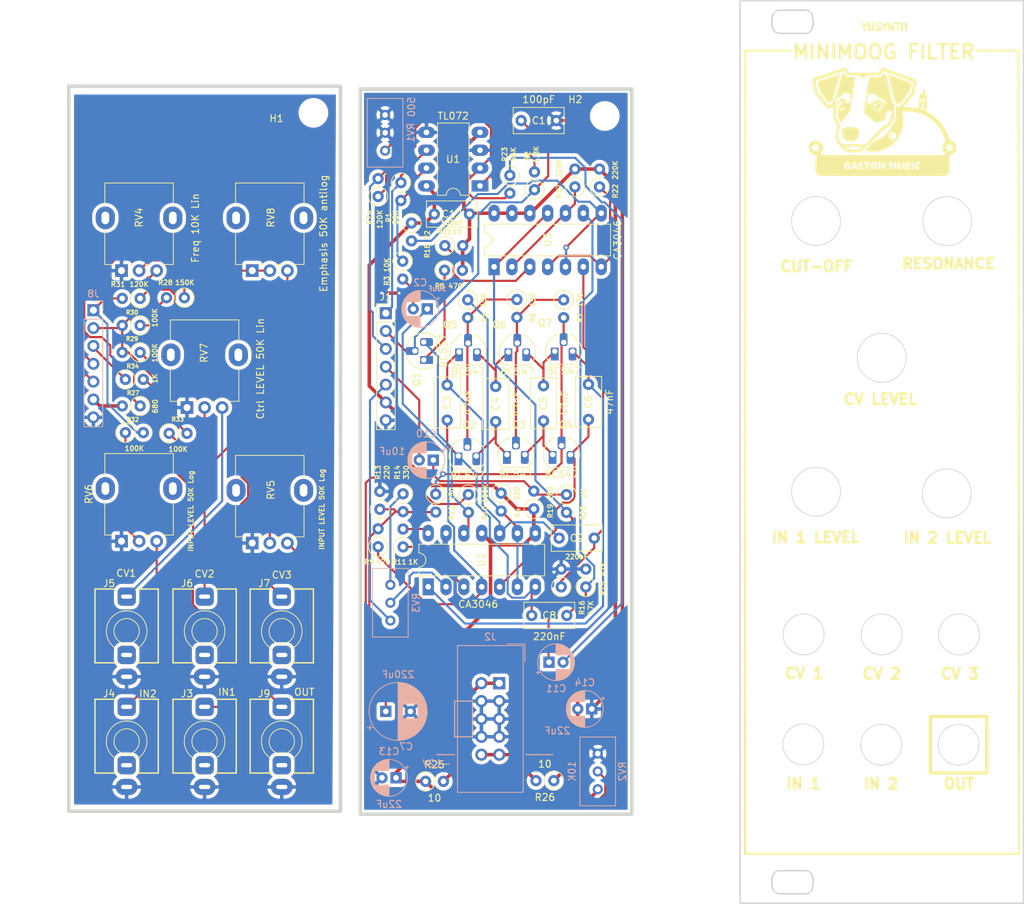
<source format=kicad_pcb>
(kicad_pcb (version 20211014) (generator pcbnew)
  (layers (0 "F.Cu" signal) (31 "B.Cu" signal) (34 "B.Paste" user) (35 "F.Paste" user) (36 "B.SilkS" user "B.Silkscreen") (37 "F.SilkS" user "F.Silkscreen") (38 "B.Mask" user) (39 "F.Mask" user) (44 "Edge.Cuts" user))
  (net 0 "")
  (net 1 "INPUT-CV-MainB")
  (net 2 "GND")
  (net 3 "Net-(C2-Pad1)")
  (net 4 "Net-(C2-Pad2)")
  (net 5 "Net-(C3-Pad1)")
  (net 6 "Net-(C4-Pad1)")
  (net 7 "Net-(C4-Pad2)")
  (net 8 "Net-(C5-Pad1)")
  (net 9 "Net-(C5-Pad2)")
  (net 10 "Net-(C6-Pad1)")
  (net 11 "Net-(C6-Pad2)")
  (net 12 "Net-(C7-Pad1)")
  (net 13 "Net-(C8-Pad2)")
  (net 14 "Net-(C9-Pad2)")
  (net 15 "Net-(C10-Pad1)")
  (net 16 "RESONANCE-WP-MainB")
  (net 17 "Net-(C11-Pad1)")
  (net 18 "Net-(C11-Pad2)")
  (net 19 "+12V")
  (net 20 "-12V")
  (net 21 "INPUT-AUDIO-MainB")
  (net 22 "OUT-MainB")
  (net 23 "RESONANCE-CW-MainB")
  (net 24 "Net-(J2-Pad1)")
  (net 25 "Net-(J2-Pad10)")
  (net 26 "Net-(J3-PadT)")
  (net 28 "Net-(J4-PadT)")
  (net 30 "Net-(J5-PadT)")
  (net 32 "Net-(J6-PadT)")
  (net 34 "Net-(J7-PadT)")
  (net 36 "INPUT-AUDIO-CTRlB")
  (net 37 "INPUT-CV-CtrlB")
  (net 38 "OUT-CtrlB")
  (net 39 "RESONANCE-CW-CtrlB")
  (net 40 "RESONANCE-WP-CtrlB")
  (net 41 "Net-(J9-PadT)")
  (net 43 "Net-(Q1-Pad1)")
  (net 44 "Net-(Q1-Pad3)")
  (net 45 "Net-(Q3-Pad2)")
  (net 46 "Net-(Q4-Pad2)")
  (net 47 "Net-(R1-Pad2)")
  (net 48 "Net-(R2-Pad2)")
  (net 49 "Net-(R4-Pad2)")
  (net 50 "Net-(R10-Pad1)")
  (net 51 "Net-(R11-Pad1)")
  (net 52 "Net-(R11-Pad2)")
  (net 53 "Net-(R14-Pad1)")
  (net 54 "Net-(R17-Pad1)")
  (net 55 "Net-(R18-Pad2)")
  (net 56 "Net-(R21-Pad1)")
  (net 57 "Net-(R22-Pad1)")
  (net 58 "Net-(R23-Pad2)")
  (net 59 "Net-(R27-Pad1)")
  (net 60 "Net-(R28-Pad1)")
  (net 61 "Net-(R31-Pad1)")
  (net 62 "Net-(R32-Pad1)")
  (net 63 "Net-(R33-Pad1)")
  (net 64 "Net-(RV3-Pad2)")
  (net 65 "Net-(C3-Pad2)")
  (net 66 "Net-(Q2-Pad2)")
  (footprint "Package_TO_SOT_THT:TO-92_HandSolder" (layer "F.Cu") (at 83.53 69.62)
    (fp_text reference "Q6")
    (fp_text value "BC547")
  )
  (footprint "Capacitor_THT:C_Rect_L7.0mm_W3.5mm_P5.00mm" (layer "F.Cu") (at 90.75 96.1)
    (fp_text reference "C9")
    (fp_text value "220nF")
  )
  (footprint "Resistor_THT:R_Axial_DIN0207_L6.3mm_D2.5mm_P2.54mm_Vertical" (layer "F.Cu") (at 94.55 103.045 90)
    (fp_text reference "R15")
    (fp_text value "47K")
  )
  (footprint "Audio_Jack:Jack_3.5mm_QingPu_WQP-PJ398SM_Vertical" (layer "F.Cu") (at 51.3 109.34)
    (fp_text reference "J7")
    (fp_text value "CV3")
  )
  (footprint "MountingHole:MountingHole_3.2mm_M3" (layer "F.Cu") (at 97.25 36.05)
    (fp_text reference "H2")
    (fp_text value "MountingHole")
  )
  (footprint "Resistor_THT:R_Axial_DIN0207_L6.3mm_D2.5mm_P2.54mm_Vertical" (layer "F.Cu") (at 68.5 56.705 -90)
    (fp_text reference "R3")
    (fp_text value "10K")
  )
  (footprint "Audio_Jack:Jack_3.5mm_QingPu_WQP-PJ398SM_Vertical" (layer "F.Cu") (at 29.23 109.34)
    (fp_text reference "J5")
    (fp_text value "CV1")
  )
  (footprint "Resistor_THT:R_Axial_DIN0207_L6.3mm_D2.5mm_P2.54mm_Vertical" (layer "F.Cu") (at 77.85 89.9 -90)
    (fp_text reference "R10")
    (fp_text value "100K")
  )
  (footprint "Package_TO_SOT_THT:TO-92_HandSolder" (layer "F.Cu") (at 89.83 84.22)
    (fp_text reference "Q4")
    (fp_text value "BC547")
  )
  (footprint "Logos:Gaston Music-big" (layer "F.Cu") (at 136.75 39)
    (fp_text reference "G***" hide)
    (fp_text value "LOGO" hide)
  )
  (footprint "Package_TO_SOT_THT:TO-92_HandSolder" (layer "F.Cu") (at 71.5 70.75 90)
    (fp_text reference "Q1")
    (fp_text value "BC557")
  )
  (footprint "Resistor_THT:R_Axial_DIN0207_L6.3mm_D2.5mm_P2.54mm_Vertical" (layer "F.Cu") (at 31.145 62 180)
    (fp_text reference "R31")
    (fp_text value "120K")
  )
  (footprint "Package_TO_SOT_THT:TO-92_HandSolder" (layer "F.Cu") (at 83.33 84.22)
    (fp_text reference "Q3")
    (fp_text value "BC547")
  )
  (footprint "Connector_PinHeader_2.54mm:PinHeader_1x07_P2.54mm_Vertical" (layer "F.Cu") (at 66.1 64.1)
    (fp_text reference "J1")
    (fp_text value "Conn_01x07_Male")
  )
  (footprint "Package_TO_SOT_THT:TO-92_HandSolder" (layer "F.Cu") (at 90.13 69.52)
    (fp_text reference "Q7")
    (fp_text value "BC547")
  )
  (footprint "Package_DIP:DIP-14_W7.62mm_LongPads" (layer "F.Cu") (at 72.125 103.025 90)
    (fp_text reference "U2")
    (fp_text value "CA3046")
  )
  (footprint "Capacitor_THT:C_Rect_L7.0mm_W3.5mm_P5.00mm" (layer "F.Cu") (at 73 50)
    (fp_text reference "C12")
    (fp_text value "100nF")
  )
  (footprint "Potentiometer_THT:Potentiometer_Alpha_RD901F-40-00D_Single_Vertical" (layer "F.Cu") (at 28.5 58.05 90)
    (fp_text reference "RV4")
    (fp_text value "Freq 10K Lin")
  )
  (footprint "Resistor_THT:R_Axial_DIN0207_L6.3mm_D2.5mm_P2.54mm_Vertical" (layer "F.Cu") (at 74.455 58)
    (fp_text reference "R8")
    (fp_text value "470")
  )
  (footprint "Capacitor_THT:C_Rect_L7.0mm_W3.5mm_P5.00mm" (layer "F.Cu") (at 85.35 36.7)
    (fp_text reference "C1")
    (fp_text value "100pF")
  )
  (footprint "Resistor_THT:R_Axial_DIN0207_L6.3mm_D2.5mm_P2.54mm_Vertical" (layer "F.Cu") (at 31.145 69.68 180)
    (fp_text reference "R29")
    (fp_text value "100K")
  )
  (footprint "Audio_Jack:Jack_3.5mm_QingPu_WQP-PJ398SM_Vertical" (layer "F.Cu") (at 51.3 125.02)
    (fp_text reference "J9")
    (fp_text value "OUT")
  )
  (footprint "Capacitor_THT:C_Rect_L7.0mm_W3.5mm_P5.00mm" (layer "F.Cu") (at 88.53 79.42 90)
    (fp_text reference "C5")
    (fp_text value "47nF")
  )
  (footprint "Resistor_THT:R_Axial_DIN0207_L6.3mm_D2.5mm_P2.54mm_Vertical" (layer "F.Cu") (at 29.055 81.1)
    (fp_text reference "R32")
    (fp_text value "100K")
  )
  (footprint "Resistor_THT:R_Axial_DIN0207_L6.3mm_D2.5mm_P2.54mm_Vertical" (layer "F.Cu") (at 37.445 61.9 180)
    (fp_text reference "R28")
    (fp_text value "150K")
  )
  (footprint "Resistor_THT:R_Axial_DIN0207_L6.3mm_D2.5mm_P2.54mm_Vertical" (layer "F.Cu") (at 96.5 46.135 90)
    (fp_text reference "R22")
    (fp_text value "220K")
  )
  (footprint "Capacitor_THT:C_Rect_L7.0mm_W3.5mm_P5.00mm" (layer "F.Cu") (at 74.83 79.32 90)
    (fp_text reference "C3")
    (fp_text value "47nF")
  )
  (footprint "Resistor_THT:R_Axial_DIN0207_L6.3mm_D2.5mm_P2.54mm_Vertical" (layer "F.Cu") (at 91.05 103.045 90)
    (fp_text reference "R16")
    (fp_text value "47K")
  )
  (footprint "Audio_Jack:Jack_3.5mm_QingPu_WQP-PJ398SM_Vertical" (layer "F.Cu") (at 40.32 125.02)
    (fp_text reference "J3")
    (fp_text value "IN1")
  )
  (footprint "Resistor_THT:R_Axial_DIN0207_L6.3mm_D2.5mm_P2.54mm_Vertical" (layer "F.Cu") (at 69.75 51.275 -90)
    (fp_text reference "R18")
    (fp_text value "22")
  )
  (footprint "Resistor_THT:R_Axial_DIN0207_L6.3mm_D2.5mm_P2.54mm_Vertical" (layer "F.Cu") (at 31.145 65.84 180)
    (fp_text reference "R30")
    (fp_text value "100K")
  )
  (footprint "Resistor_THT:R_Axial_DIN0207_L6.3mm_D2.5mm_P2.54mm_Vertical" (layer "F.Cu") (at 91.8 89.91 -90)
    (fp_text reference "R20")
    (fp_text value "1K")
  )
  (footprint "Resistor_THT:R_Axial_DIN0207_L6.3mm_D2.5mm_P2.54mm_Vertical" (layer "F.Cu") (at 65 47.5 90)
    (fp_text reference "R24")
    (fp_text value "120K")
  )
  (footprint "Resistor_THT:R_Axial_DIN0207_L6.3mm_D2.5mm_P2.54mm_Vertical" (layer "F.Cu") (at 91.4 62.205 -90)
    (fp_text reference "R7")
    (fp_text value "150")
  )
  (footprint "Package_TO_SOT_THT:TO-92_HandSolder" (layer "F.Cu") (at 76.53 69.62)
    (fp_text reference "Q5")
    (fp_text value "BC547")
  )
  (footprint "Capacitor_THT:C_Rect_L7.0mm_W3.5mm_P5.00mm" (layer "F.Cu") (at 81.73 79.52 90)
    (fp_text reference "C4")
    (fp_text value "47nF")
  )
  (footprint "Resistor_THT:R_Axial_DIN0207_L6.3mm_D2.5mm_P2.54mm_Vertical" (layer "F.Cu") (at 82.5 89.705 -90)
    (fp_text reference "R4")
    (fp_text value "330")
  )
  (footprint "Resistor_THT:R_Axial_DIN0207_L6.3mm_D2.5mm_P2.54mm_Vertical" (layer "F.Cu") (at 31.145 77.3 180)
    (fp_text reference "R27")
    (fp_text value "680")
  )
  (footprint "Resistor_THT:R_Axial_DIN0207_L6.3mm_D2.5mm_P2.54mm_Vertical" (layer "F.Cu") (at 84.75 62.16 -90)
    (fp_text reference "R6")
    (fp_text value "150")
  )
  (footprint "Resistor_THT:R_Axial_DIN0207_L6.3mm_D2.5mm_P2.54mm_Vertical" (layer "F.Cu") (at 35.28 81.2)
    (fp_text reference "R33")
    (fp_text value "100K")
  )
  (footprint "Capacitor_THT:C_Rect_L7.0mm_W3.5mm_P5.00mm" (layer "F.Cu") (at 86.85 107.1)
    (fp_text reference "C8")
    (fp_text value "220nF")
  )
  (footprint "Potentiometer_THT:Potentiometer_Alpha_RD901F-40-00D_Single_Vertical" (layer "F.Cu") (at 37.82 77.525 90)
    (fp_text reference "RV7")
    (fp_text value "Ctrl LEVEL 50K Lin")
  )
  (footprint "Resistor_THT:R_Axial_DIN0207_L6.3mm_D2.5mm_P2.54mm_Vertical" (layer "F.Cu") (at 93 46.135 90)
    (fp_text reference "R17")
    (fp_text value "220K")
  )
  (footprint "Audio_Jack:Jack_3.5mm_QingPu_WQP-PJ398SM_Vertical" (layer "F.Cu") (at 40.32 109.34)
    (fp_text reference "J6")
    (fp_text value "CV2")
  )
  (footprint "Resistor_THT:R_Axial_DIN0207_L6.3mm_D2.5mm_P2.54mm_Vertical" (layer "F.Cu") (at 68.55 89.8 -90)
    (fp_text reference "R14")
    (fp_text value "330")
  )
  (footprint "Resistor_THT:R_Axial_DIN0207_L6.3mm_D2.5mm_P2.54mm_Vertical" (layer "F.Cu") (at 74.5 54.5)
    (fp_text reference "R21")
    (fp_text value "1K")
  )
  (footprint "Resistor_THT:R_Axial_DIN0207_L6.3mm_D2.5mm_P2.54mm_Vertical" (layer "F.Cu") (at 90 130.6 180)
    (fp_text reference "R26")
    (fp_text value "10")
  )
  (footprint "Resistor_THT:R_Axial_DIN0207_L6.3mm_D2.5mm_P2.54mm_Vertical" (layer "F.Cu") (at 87.25 46.545 90)
    (fp_text reference "R2")
    (fp_text value "1.8K")
  )
  (footprint "Resistor_THT:R_Axial_DIN0207_L6.3mm_D2.5mm_P2.54mm_Vertical" (layer "F.Cu") (at 65 97.32 90)
    (fp_text reference "R9")
    (fp_text value "470")
  )
  (footprint "Resistor_THT:R_Axial_DIN0207_L6.3mm_D2.5mm_P2.54mm_Vertical" (layer "F.Cu") (at 65.25 92 90)
    (fp_text reference "R13")
    (fp_text value "220")
  )
  (footprint "Resistor_THT:R_Axial_DIN0207_L6.3mm_D2.5mm_P2.54mm_Vertical" (layer "F.Cu") (at 71.755 130.7)
    (fp_text reference "R25")
    (fp_text value "10")
  )
  (footprint "Resistor_THT:R_Axial_DIN0207_L6.3mm_D2.5mm_P2.54mm_Vertical" (layer "F.Cu") (at 68.55 97.345 90)
    (fp_text reference "R11")
    (fp_text value "1K")
  )
  (footprint "Potentiometer_THT:Potentiometer_Alpha_RD901F-40-00D_Single_Vertical" (layer "F.Cu") (at 47.1 96.8 90)
    (fp_text reference "RV5")
    (fp_text value "INPUT LEVEL 50K Log")
  )
  (footprint "Potentiometer_THT:Potentiometer_Alpha_RD901F-40-00D_Single_Vertical" (layer "F.Cu") (at 28.5 96.545 90)
    (fp_text reference "RV6")
    (fp_text value "INPUT LEVEL 50K Log")
  )
  (footprint "Package_DIP:DIP-14_W7.62mm_LongPads" (layer "F.Cu") (at 81.5 57.5 90)
    (fp_text reference "U3")
    (fp_text value "CA3046")
  )
  (footprint "Resistor_THT:R_Axial_DIN0207_L6.3mm_D2.5mm_P2.54mm_Vertical" (layer "F.Cu") (at 87.15 91.945 90)
    (fp_text reference "R19")
    (fp_text value "180")
  )
  (footprint "Audio_Jack:Jack_3.5mm_QingPu_WQP-PJ398SM_Vertical" (layer "F.Cu") (at 29.23 125.02)
    (fp_text reference "J4")
    (fp_text value "IN2")
  )
  (footprint "Resistor_THT:R_Axial_DIN0207_L6.3mm_D2.5mm_P2.54mm_Vertical" (layer "F.Cu") (at 83.75 44.5 -90)
    (fp_text reference "R23")
    (fp_text value "56K")
  )
  (footprint "Resistor_THT:R_Axial_DIN0207_L6.3mm_D2.5mm_P2.54mm_Vertical" (layer "F.Cu") (at 73.2 89.855 -90)
    (fp_text reference "R12")
    (fp_text value "150")
  )
  (footprint "Potentiometer_THT:Potentiometer_Alpha_RD901F-40-00D_Single_Vertical" (layer "F.Cu") (at 47.1 58.05 90)
    (fp_text reference "RV8")
    (fp_text value "Emphasis 50K antilog")
  )
  (footprint "Package_TO_SOT_THT:TO-92_HandSolder" (layer "F.Cu") (at 76.43 84.42)
    (fp_text reference "Q2")
    (fp_text value "BC547")
  )
  (footprint "Resistor_THT:R_Axial_DIN0207_L6.3mm_D2.5mm_P2.54mm_Vertical" (layer "F.Cu") (at 29.055 73.52)
    (fp_text reference "R34")
    (fp_text value "1K")
  )
  (footprint "MountingHole:MountingHole_3.2mm_M3" (layer "F.Cu") (at 55.8 35.6)
    (fp_text reference "H1")
    (fp_text value "MountingHole")
  )
  (footprint "Resistor_THT:R_Axial_DIN0207_L6.3mm_D2.5mm_P2.54mm_Vertical" (layer "F.Cu") (at 68.25 45.53 -90)
    (fp_text reference "R1")
    (fp_text value "56K")
  )
  (footprint "Package_DIP:DIP-8_W7.62mm_LongPads" (layer "F.Cu") (at 79.5 46 180)
    (fp_text reference "U1")
    (fp_text value "TL072")
  )
  (footprint "Resistor_THT:R_Axial_DIN0207_L6.3mm_D2.5mm_P2.54mm_Vertical" (layer "F.Cu") (at 77.75 62.205 -90)
    (fp_text reference "R5")
    (fp_text value "150")
  )
  (footprint "Capacitor_THT:C_Rect_L7.0mm_W3.5mm_P5.00mm" (layer "F.Cu") (at 94.93 79.22 90)
    (fp_text reference "C6")
    (fp_text value "47nF")
  )
  (footprint "Potentiometer_THT:Potentiometer_Bourns_3296W_Vertical" (layer "B.Cu") (at 96.25 126.75 90)
    (fp_text reference "RV2")
    (fp_text value "10K")
  )
  (footprint "Potentiometer_THT:Potentiometer_Bourns_3296W_Vertical" (layer "B.Cu") (at 66.75 102.75 90)
    (fp_text reference "RV3")
    (fp_text value "1K")
  )
  (footprint "Capacitor_THT:CP_Radial_D5.0mm_P2.00mm" (layer "B.Cu") (at 72 63.5 180)
    (fp_text reference "C2")
    (fp_text value "10uF")
  )
  (footprint "Potentiometer_THT:Potentiometer_Bourns_3296W_Vertical" (layer "B.Cu") (at 66 35.9 90)
    (fp_text reference "RV1")
    (fp_text value "500")
  )
  (footprint "Capacitor_THT:CP_Radial_D5.0mm_P2.00mm" (layer "B.Cu") (at 67.555113 130.2 180)
    (fp_text reference "C13")
    (fp_text value "22uF")
  )
  (footprint "Capacitor_THT:CP_Radial_D5.0mm_P2.00mm" (layer "B.Cu") (at 72.855113 85 180)
    (fp_text reference "C10")
    (fp_text value "10uF")
  )
  (footprint "Capacitor_THT:CP_Radial_D5.0mm_P2.00mm" (layer "B.Cu") (at 95.4 120.4 180)
    (fp_text reference "C14")
    (fp_text value "22uF")
  )
  (footprint "Capacitor_THT:CP_Radial_D8.0mm_P3.50mm" (layer "B.Cu") (at 66.097349 120.75)
    (fp_text reference "C7")
    (fp_text value "220uF")
  )
  (footprint "eurorack:Eurorack_power_header" (layer "B.Cu") (at 82.235 116.745 180)
    (fp_text reference "J2")
    (fp_text value "EURO_PWR_2x5")
  )
  (footprint "Connector_PinHeader_2.54mm:PinHeader_1x07_P2.54mm_Vertical" (layer "B.Cu") (at 24.5 63.68 180)
    (fp_text reference "J8")
    (fp_text value "Conn_01x07_Female")
  )
  (footprint "Capacitor_THT:CP_Radial_D5.0mm_P2.00mm" (layer "B.Cu") (at 89.314216 113.75)
    (fp_text reference "C11")
    (fp_text value "10uF")
  )
  (gr_line (start 156.2 141) (end 156.1 26.75) (layer "F.SilkS") (width 0.3))
  (gr_line (start 117.2 141) (end 156.2 141) (layer "F.SilkS") (width 0.3))
  (gr_line (start 156.1 26.75) (end 150.2 26.75) (layer "F.SilkS") (width 0.3))
  (gr_line (start 117.25 26.75) (end 117.2 141) (layer "F.SilkS") (width 0.3))
  (gr_line (start 123.75 26.75) (end 117.25 26.75) (layer "F.SilkS") (width 0.3))
  (gr_rect (start 143.574598 121.4875) (end 151.599598 129.5125) (layer "F.SilkS") (width 0.5) (fill none))
  (gr_line (start 156.8 148.05) (end 116.5 148.05) (layer "Edge.Cuts") (width 0.2))
  (gr_circle (center 127.3 51) (end 129.562902 53.65) (layer "Edge.Cuts") (width 0.1) (fill none))
  (gr_circle (center 136.65 70.45) (end 138.912902 73.1) (layer "Edge.Cuts") (width 0.1) (fill none))
  (gr_circle (center 147.637098 109.8) (end 149.487098 112.05) (layer "Edge.Cuts") (width 0.1) (fill none))
  (gr_arc (start 121.169003 21.667) (mid 121.560404 21.165184) (end 122.175 21) (layer "Edge.Cuts") (width 0.2))
  (gr_arc (start 121.168999 23.633) (mid 121.00038 22.65) (end 121.168999 21.667) (layer "Edge.Cuts") (width 0.2))
  (gr_circle (center 136.587098 125.5) (end 138.437098 127.75) (layer "Edge.Cuts") (width 0.1) (fill none))
  (gr_arc (start 121.169003 144.067) (mid 121.519391 143.593786) (end 122.075 143.4) (layer "Edge.Cuts") (width 0.2))
  (gr_line (start 116.5 19.65) (end 156.8 19.65) (layer "Edge.Cuts") (width 0.2))
  (gr_circle (center 125.5 125.45) (end 127.35 127.7) (layer "Edge.Cuts") (width 0.1) (fill none))
  (gr_rect locked (start 62.46 32.22) (end 101.1 135.37) (layer "Edge.Cuts") (width 0.5) (fill none))
  (gr_arc (start 126.731001 144.067) (mid 126.89962 145.05) (end 126.731001 146.033) (layer "Edge.Cuts") (width 0.2))
  (gr_rect locked (start 21 31.8) (end 59.64 134.95) (layer "Edge.Cuts") (width 0.5) (fill none))
  (gr_arc (start 126.731001 21.667) (mid 126.89962 22.65) (end 126.731001 23.633) (layer "Edge.Cuts") (width 0.2))
  (gr_line (start 122.112 146.7) (end 125.788 146.7) (layer "Edge.Cuts") (width 0.2))
  (gr_arc (start 126.730997 23.633) (mid 126.365541 24.116443) (end 125.787997 24.3) (layer "Edge.Cuts") (width 0.2))
  (gr_line (start 125.788 21) (end 122.175 21) (layer "Edge.Cuts") (width 0.2))
  (gr_line (start 122.112 24.3) (end 125.788 24.3) (layer "Edge.Cuts") (width 0.2))
  (gr_circle (center 145.9 89.75) (end 148.162902 92.4) (layer "Edge.Cuts") (width 0.1) (fill none))
  (gr_circle (center 127.3 89.5) (end 129.562902 92.15) (layer "Edge.Cuts") (width 0.1) (fill none))
  (gr_circle (center 136.637098 109.8) (end 138.487098 112.05) (layer "Edge.Cuts") (width 0.1) (fill none))
  (gr_line (start 116.5 148.05) (end 116.5 19.65) (layer "Edge.Cuts") (width 0.2))
  (gr_arc (start 125.787997 21) (mid 126.365529 21.183582) (end 126.730997 21.667) (layer "Edge.Cuts") (width 0.2))
  (gr_arc (start 126.730997 146.033) (mid 126.365541 146.516443) (end 125.787997 146.7) (layer "Edge.Cuts") (width 0.2))
  (gr_circle locked (center 147.587098 125.5) (end 149.437098 127.75) (layer "Edge.Cuts") (width 0.1) (fill none))
  (gr_line (start 125.787997 143.4) (end 122.075 143.4) (layer "Edge.Cuts") (width 0.2))
  (gr_arc (start 122.112003 146.7) (mid 121.534452 146.516427) (end 121.169003 146.033) (layer "Edge.Cuts") (width 0.2))
  (gr_line (start 156.8 19.65) (end 156.8 148.05) (layer "Edge.Cuts") (width 0.2))
  (gr_arc (start 125.787997 143.4) (mid 126.365529 143.583582) (end 126.730997 144.067) (layer "Edge.Cuts") (width 0.2))
  (gr_circle (center 125.537098 109.8) (end 127.387098 112.05) (layer "Edge.Cuts") (width 0.1) (fill none))
  (gr_arc (start 122.112003 24.3) (mid 121.534452 24.116427) (end 121.169003 23.633) (layer "Edge.Cuts") (width 0.2))
  (gr_circle (center 145.95 51) (end 148.212902 53.65) (layer "Edge.Cuts") (width 0.1) (fill none))
  (gr_arc (start 121.168999 146.033) (mid 121.00038 145.05) (end 121.168999 144.067) (layer "Edge.Cuts") (width 0.2))
  (gr_text "CV 1" (at 125.6 115.35) (layer "F.SilkS") (effects (font (size 1.5 1.5) (thickness 0.375))))
  (gr_text "MINIMOOG FILTER" (at 136.95 26.95) (layer "F.SilkS") (effects (font (size 2 2) (thickness 0.375))))
  (gr_text "CV LEVEL" (at 136.45 76.35) (layer "F.SilkS") (effects (font (size 1.5 1.5) (thickness 0.375))))
  (gr_text "RESONANCE\n" (at 146.15 57.05) (layer "F.SilkS") (effects (font (size 1.5 1.5) (thickness 0.375))))
  (gr_text "CV 3" (at 147.75 115.4) (layer "F.SilkS") (effects (font (size 1.5 1.5) (thickness 0.375))))
  (gr_text "CUT-OFF" (at 127.35 57.45) (layer "F.SilkS") (effects (font (size 1.5 1.5) (thickness 0.375))))
  (gr_text "IN 2" (at 136.55 131.05) (layer "F.SilkS") (effects (font (size 1.5 1.5) (thickness 0.375))))
  (gr_text "IN 1 LEVEL" (at 127.25 96) (layer "F.SilkS") (effects (font (size 1.5 1.5) (thickness 0.375))))
  (gr_text "CV 2" (at 136.65 115.4) (layer "F.SilkS") (effects (font (size 1.5 1.5) (thickness 0.375))))
  (gr_text "IN 1" (at 125.5 131.05) (layer "F.SilkS") (effects (font (size 1.5 1.5) (thickness 0.375))))
  (gr_text "OUT" (at 147.65 131.05) (layer "F.SilkS") (effects (font (size 1.5 1.5) (thickness 0.375))))
  (gr_text "IN 2 LEVEL" (at 146 96.05) (layer "F.SilkS") (effects (font (size 1.5 1.5) (thickness 0.375))))
  (gr_text "YUSYNTH" (at 137.05 23.4) (layer "F.SilkS") (effects (font (size 1 1) (thickness 0.25))))
  (segment (start 89.2 40.55) (end 85.35 36.7) (width 0.3) (layer "F.Cu") (net 1))
  (segment (start 70.23 69.48) (end 68.94 69.48) (width 0.3) (layer "F.Cu") (net 1))
  (segment (start 89.2 44.595) (end 89.2 40.55) (width 0.3) (layer "F.Cu") (net 1))
  (segment (start 87.25 46.545) (end 89.2 44.595) (width 0.3) (layer "F.Cu") (net 1))
  (segment (start 68.94 69.48) (end 66.1 66.64) (width 0.3) (layer "F.Cu") (net 1))
  (segment (start 87.25 46.545) (end 85.465 48.33) (width 0.3) (layer "B.Cu") (net 1))
  (segment (start 79.25 58.5) (end 70.23 67.52) (width 0.3) (layer "B.Cu") (net 1))
  (segment (start 70.23 67.52) (end 70.23 69.48) (width 0.3) (layer "B.Cu") (net 1))
  (segment (start 81.023654 48.33) (end 79.25 50.103654) (width 0.3) (layer "B.Cu") (net 1))
  (segment (start 85.465 48.33) (end 81.023654 48.33) (width 0.3) (layer "B.Cu") (net 1))
  (segment (start 79.25 50.103654) (end 79.25 58.5) (width 0.3) (layer "B.Cu") (net 1))
  (segment (start 99.75 44.6) (end 99.75 116.05) (width 0.5) (layer "F.Cu") (net 2))
  (segment (start 65.5 61.25) (end 68 61.25) (width 0.5) (layer "F.Cu") (net 2))
  (segment (start 99.75 116.05) (end 95.4 120.4) (width 0.5) (layer "F.Cu") (net 2))
  (segment (start 90.35 36.7) (end 91.85 36.7) (width 0.5) (layer "F.Cu") (net 2))
  (segment (start 91.85 36.7) (end 99.75 44.6) (width 0.5) (layer "F.Cu") (net 2))
  (via (at 68 61.25) (size 0.8) (drill 0.4) (layers "F.Cu" "B.Cu") (net 2))
  (via (at 65.5 61.25) (size 0.8) (drill 0.4) (layers "F.Cu" "B.Cu") (net 2))
  (segment (start 75.955 103.955) (end 77.175 105.175) (width 0.5) (layer "B.Cu") (net 2))
  (segment (start 67.17 39.61) (end 67.17 44.842233) (width 0.5) (layer "B.Cu") (net 2))
  (segment (start 66 38.44) (end 67.17 39.61) (width 0.5) (layer "B.Cu") (net 2))
  (segment (start 89.8 102.807767) (end 89.8 101.755) (width 0.5) (layer "B.Cu") (net 2))
  (segment (start 66.4 45.612233) (end 66.4 60.35) (width 0.5) (layer "B.Cu") (net 2))
  (segment (start 75.955 102.147233) (end 75.955 103.955) (width 0.5) (layer "B.Cu") (net 2))
  (segment (start 74.665 95.405) (end 74.4 95.67) (width 0.5) (layer "B.Cu") (net 2))
  (segment (start 89.8 101.755) (end 91.05 100.505) (width 0.5) (layer "B.Cu") (net 2))
  (segment (start 74.4 95.67) (end 74.4 100.592233) (width 0.5) (layer "B.Cu") (net 2))
  (segment (start 67.17 44.842233) (end 66.4 45.612233) (width 0.5) (layer "B.Cu") (net 2))
  (segment (start 87.432767 105.175) (end 89.8 102.807767) (width 0.5) (layer "B.Cu") (net 2))
  (segment (start 77.175 105.175) (end 87.432767 105.175) (width 0.5) (layer "B.Cu") (net 2))
  (segment (start 66.4 60.35) (end 65.5 61.25) (width 0.5) (layer "B.Cu") (net 2))
  (segment (start 74.4 100.592233) (end 75.955 102.147233) (width 0.5) (layer "B.Cu") (net 2))
  (segment (start 65 98.6) (end 71.9 105.5) (width 0.3) (layer "F.Cu") (net 3))
  (segment (start 71.9 105.5) (end 78 105.5) (width 0.3) (layer "F.Cu") (net 3))
  (segment (start 65 97.32) (end 65 98.6) (width 0.3) (layer "F.Cu") (net 3))
  (segment (start 78 105.5) (end 79.745 103.755) (width 0.3) (layer "F.Cu") (net 3))
  (segment (start 79.745 103.755) (end 79.745 103.025) (width 0.3) (layer "F.Cu") (net 3))
  (segment (start 75 93.713654) (end 75 83.5) (width 0.3) (layer "B.Cu") (net 3))
  (segment (start 75.815 94.528654) (end 75 93.713654) (width 0.3) (layer "B.Cu") (net 3))
  (segment (start 68.5 77) (end 68.5 67) (width 0.3) (layer "B.Cu") (net 3))
  (segment (start 75.815 97.815) (end 75.815 94.528654) (width 0.3) (layer "B.Cu") (net 3))
  (segment (start 79.745 101.745) (end 75.815 97.815) (width 0.3) (layer "B.Cu") (net 3))
  (segment (start 79.745 103.025) (end 79.745 101.745) (width 0.3) (layer "B.Cu") (net 3))
  (segment (start 68.5 67) (end 72 63.5) (width 0.3) (layer "B.Cu") (net 3))
  (segment (start 75 83.5) (end 68.5 77) (width 0.3) (layer "B.Cu") (net 3))
  (segment (start 68.5 59.245) (end 70 60.745) (width 0.3) (layer "F.Cu") (net 4))
  (segment (start 70 60.745) (end 70 63.5) (width 0.3) (layer "F.Cu") (net 4))
  (segment (start 74.83 82.82) (end 74.83 79.32) (width 0.3) (layer "F.Cu") (net 5))
  (segment (start 76.43 84.42) (end 74.83 82.82) (width 0.3) (layer "F.Cu") (net 5))
  (segment (start 86.85 107.1) (end 86.85 103.54) (width 0.3) (layer "F.Cu") (net 5))
  (segment (start 86.85 103.54) (end 87.365 103.025) (width 0.3) (layer "F.Cu") (net 5))
  (segment (start 85.815 104.575) (end 84.031827 104.575) (width 0.3) (layer "B.Cu") (net 5))
  (segment (start 84.031827 104.575) (end 83.435 103.978173) (width 0.3) (layer "B.Cu") (net 5))
  (segment (start 80.895 93.145) (end 79 91.25) (width 0.3) (layer "B.Cu") (net 5))
  (segment (start 80.895 96.041346) (end 80.895 93.145) (width 0.3) (layer "B.Cu") (net 5))
  (segment (start 79 86.99) (end 76.43 84.42) (width 0.3) (layer "B.Cu") (net 5))
  (segment (start 87.365 103.025) (end 85.815 104.575) (width 0.3) (layer "B.Cu") (net 5))
  (segment (start 83.435 103.978173) (end 83.435 98.581346) (width 0.3) (layer "B.Cu") (net 5))
  (segment (start 79 91.25) (end 79 86.99) (width 0.3) (layer "B.Cu") (net 5))
  (segment (start 83.435 98.581346) (end 80.895 96.041346) (width 0.3) (layer "B.Cu") (net 5))
  (segment (start 81.73 81.66) (end 81.73 79.52) (width 0.3) (layer "F.Cu") (net 6))
  (segment (start 78.97 84.42) (end 81.73 81.66) (width 0.3) (layer "F.Cu") (net 6))
  (segment (start 83.33 84.22) (end 81.73 82.62) (width 0.3) (layer "F.Cu") (net 6))
  (segment (start 81.73 82.62) (end 81.73 79.52) (width 0.3) (layer "F.Cu") (net 6))
  (segment (start 83.53 69.62) (end 81.73 71.42) (width 0.3) (layer "F.Cu") (net 7))
  (segment (start 79.07 69.62) (end 81.73 72.28) (width 0.3) (layer "F.Cu") (net 7))
  (segment (start 81.73 72.28) (end 81.73 74.52) (width 0.3) (layer "F.Cu") (net 7))
  (segment (start 81.73 71.42) (end 81.73 74.52) (width 0.3) (layer "F.Cu") (net 7))
  (segment (start 85.87 84.22) (end 88.53 81.56) (width 0.3) (layer "F.Cu") (net 8))
  (segment (start 89.83 84.22) (end 88.53 82.92) (width 0.3) (layer "F.Cu") (net 8))
  (segment (start 88.53 82.92) (end 88.53 79.42) (width 0.3) (layer "F.Cu") (net 8))
  (segment (start 88.53 81.56) (end 88.53 79.42) (width 0.3) (layer "F.Cu") (net 8))
  (segment (start 88.53 72.08) (end 88.53 74.42) (width 0.3) (layer "F.Cu") (net 9))
  (segment (start 86.07 69.62) (end 88.53 72.08) (width 0.3) (layer "F.Cu") (net 9))
  (segment (start 88.53 71.12) (end 88.53 74.42) (width 0.3) (layer "F.Cu") (net 9))
  (segment (start 90.13 69.52) (end 88.53 71.12) (width 0.3) (layer "F.Cu") (net 9))
  (segment (start 92.95 90.386346) (end 92.95 84.8) (width 0.3) (layer "F.Cu") (net 10))
  (segment (start 92.95 84.8) (end 92.37 84.22) (width 0.3) (layer "F.Cu") (net 10))
  (segment (start 94.93 79.22) (end 94.93 81.66) (width 0.3) (layer "F.Cu") (net 10))
  (segment (start 82.285 103.025) (end 82.285 102.938654) (width 0.3) (layer "F.Cu") (net 10))
  (segment (start 92.276346 91.06) (end 92.95 90.386346) (width 0.3) (layer "F.Cu") (net 10))
  (segment (start 90.273654 94.95) (end 90.25 94.926346) (width 0.3) (layer "F.Cu") (net 10))
  (segment (start 90.25 92.133654) (end 91.323654 91.06) (width 0.3) (layer "F.Cu") (net 10))
  (segment (start 82.285 102.938654) (end 90.273654 94.95) (width 0.3) (layer "F.Cu") (net 10))
  (segment (start 94.93 81.66) (end 92.37 84.22) (width 0.3) (layer "F.Cu") (net 10))
  (segment (start 90.25 94.926346) (end 90.25 92.133654) (width 0.3) (layer "F.Cu") (net 10))
  (segment (start 91.323654 91.06) (end 92.276346 91.06) (width 0.3) (layer "F.Cu") (net 10))
  (segment (start 92.67 69.52) (end 94.93 71.78) (width 0.3) (layer "F.Cu") (net 11))
  (segment (start 94.93 71.78) (end 94.93 74.22) (width 0.3) (layer "F.Cu") (net 11))
  (segment (start 97 76.29) (end 94.93 74.22) (width 0.3) (layer "B.Cu") (net 11))
  (segment (start 94.5 108.25) (end 97 105.75) (width 0.3) (layer "B.Cu") (net 11))
  (segment (start 72.125 103.025) (end 77.35 108.25) (width 0.3) (layer "B.Cu") (net 11))
  (segment (start 97 105.75) (end 97 76.29) (width 0.3) (layer "B.Cu") (net 11))
  (segment (start 77.35 108.25) (end 94.5 108.25) (width 0.3) (layer "B.Cu") (net 11))
  (segment (start 67.25 92) (end 67.59 92.34) (width 0.3) (layer "F.Cu") (net 12))
  (segment (start 66.097349 117.347349) (end 63.75 115) (width 0.3) (layer "F.Cu") (net 12))
  (segment (start 63.75 96.03) (end 65 94.78) (width 0.3) (layer "F.Cu") (net 12))
  (segment (start 73.2 92.395) (end 68.605 92.395) (width 0.3) (layer "F.Cu") (net 12))
  (segment (start 65.25 92) (end 67.25 92) (width 0.3) (layer "F.Cu") (net 12))
  (segment (start 68.605 92.395) (end 68.55 92.34) (width 0.3) (layer "F.Cu") (net 12))
  (segment (start 65 94.78) (end 67.44 92.34) (width 0.3) (layer "F.Cu") (net 12))
  (segment (start 66.097349 120.75) (end 66.097349 117.347349) (width 0.3) (layer "F.Cu") (net 12))
  (segment (start 63.75 115) (end 63.75 96.03) (width 0.3) (layer "F.Cu") (net 12))
  (segment (start 67.44 92.34) (end 68.55 92.34) (width 0.3) (layer "F.Cu") (net 12))
  (segment (start 67.59 92.34) (end 68.55 92.34) (width 0.3) (layer "F.Cu") (net 12))
  (segment (start 94.55 103.045) (end 94.55 104.4) (width 0.3) (layer "F.Cu") (net 13))
  (segment (start 94.55 104.4) (end 91.85 107.1) (width 0.3) (layer "F.Cu") (net 13))
  (segment (start 93.78 62.72) (end 93.78 98.108654) (width 0.3) (layer "B.Cu") (net 13))
  (segment (start 95.75 101.845) (end 94.55 103.045) (width 0.3) (layer "B.Cu") (net 13))
  (segment (start 95.5 61) (end 93.78 62.72) (width 0.3) (layer "B.Cu") (net 13))
  (segment (start 94.2 49.88) (end 95.5 51.18) (width 0.3) (layer "B.Cu") (net 13))
  (segment (start 95.5 51.18) (end 95.5 61) (width 0.3) (layer "B.Cu") (net 13))
  (segment (start 93.78 98.108654) (end 95.75 100.078654) (width 0.3) (layer "B.Cu") (net 13))
  (segment (start 95.75 100.078654) (end 95.75 101.845) (width 0.3) (layer "B.Cu") (net 13))
  (segment (start 91.05 102.2) (end 91.05 103.045) (width 0.3) (layer "F.Cu") (net 14))
  (segment (start 95.75 97.5) (end 91.05 102.2) (width 0.3) (layer "F.Cu") (net 14))
  (segment (start 97 71.75) (end 97 94.85) (width 0.3) (layer "F.Cu") (net 14))
  (segment (start 97 94.85) (end 95.75 96.1) (width 0.3) (layer "F.Cu") (net 14))
  (segment (start 94.2 57.5) (end 94.2 68.95) (width 0.3) (layer "F.Cu") (net 14))
  (segment (start 94.2 68.95) (end 97 71.75) (width 0.3) (layer "F.Cu") (net 14))
  (segment (start 95.75 96.1) (end 95.75 97.5) (width 0.3) (layer "F.Cu") (net 14))
  (segment (start 73.75 88) (end 85.745 88) (width 0.3) (layer "F.Cu") (net 15))
  (segment (start 72.855113 85) (end 72.855113 87.105113) (width 0.3) (layer "F.Cu") (net 15))
  (segment (start 87.655 89.91) (end 87.15 89.405) (width 0.3) (layer "F.Cu") (net 15))
  (segment (start 91.8 89.91) (end 87.655 89.91) (width 0.3) (layer "F.Cu") (net 15))
  (segment (start 85.745 88) (end 87.15 89.405) (width 0.3) (layer "F.Cu") (net 15))
  (segment (start 72.855113 87.105113) (end 73.75 88) (width 0.3) (layer "F.Cu") (net 15))
  (segment (start 63.85 76.51) (end 66.1 74.26) (width 0.3) (layer "B.Cu") (net 16))
  (segment (start 66.75 107.83) (end 63.85 104.93) (width 0.3) (layer "B.Cu") (net 16))
  (segment (start 63.85 104.93) (end 63.85 76.51) (width 0.3) (layer "B.Cu") (net 16))
  (segment (start 91.8 92.45) (end 92.599999 93.249999) (width 0.3) (layer "F.Cu") (net 17))
  (segment (start 81.5 57.5) (end 89.12 49.88) (width 0.3) (layer "F.Cu") (net 17))
  (segment (start 92.599999 96.650001) (end 89.25 100) (width 0.3) (layer "F.Cu") (net 17))
  (segment (start 89.25 100) (end 89.25 113.685784) (width 0.3) (layer "F.Cu") (net 17))
  (segment (start 92.599999 93.249999) (end 92.599999 96.650001) (width 0.3) (layer "F.Cu") (net 17))
  (segment (start 89.25 113.685784) (end 89.314216 113.75) (width 0.3) (layer "F.Cu") (net 17))
  (segment (start 91.8 92.3) (end 91.8 92.45) (width 0.3) (layer "B.Cu") (net 17))
  (segment (start 81.5 57.5) (end 81.5 71.25) (width 0.3) (layer "B.Cu") (net 17))
  (segment (start 87.38 77.13) (end 87.38 87.88) (width 0.3) (layer "B.Cu") (net 17))
  (segment (start 87.38 87.88) (end 91.8 92.3) (width 0.3) (layer "B.Cu") (net 17))
  (segment (start 81.5 71.25) (end 87.38 77.13) (width 0.3) (layer "B.Cu") (net 17))
  (segment (start 94.5 43.468654) (end 94.5 46) (width 0.3) (layer "B.Cu") (net 18))
  (segment (start 94.5 46) (end 96.83 48.33) (width 0.3) (layer "B.Cu") (net 18))
  (segment (start 83.75 42.46) (end 84.21 42) (width 0.3) (layer "B.Cu") (net 18))
  (segment (start 83.75 44.5) (end 83.75 42.46) (width 0.3) (layer "B.Cu") (net 18))
  (segment (start 84.21 42) (end 93.031346 42) (width 0.3) (layer "B.Cu") (net 18))
  (segment (start 99.75 105.314216) (end 91.314216 113.75) (width 0.3) (layer "B.Cu") (net 18))
  (segment (start 97.216346 48.33) (end 99.75 50.863654) (width 0.3) (layer "B.Cu") (net 18))
  (segment (start 99.75 50.863654) (end 99.75 105.314216) (width 0.3) (layer "B.Cu") (net 18))
  (segment (start 93.031346 42) (end 94.5 43.468654) (width 0.3) (layer "B.Cu") (net 18))
  (segment (start 96.83 48.33) (end 97.216346 48.33) (width 0.3) (layer "B.Cu") (net 18))
  (segment (start 69.605113 85.605113) (end 72.605 88.605) (width 0.5) (layer "F.Cu") (net 19))
  (segment (start 74.055 133) (end 95.25 133) (width 0.5) (layer "F.Cu") (net 19))
  (segment (start 68.055113 130.7) (end 67.555113 130.2) (width 0.5) (layer "F.Cu") (net 19))
  (segment (start 63.75 57.275) (end 63.75 74.45) (width 0.5) (layer "F.Cu") (net 19))
  (segment (start 95.25 133) (end 96.25 132) (width 0.5) (layer "F.Cu") (net 19))
  (segment (start 71.755 130.7) (end 74.055 133) (width 0.5) (layer "F.Cu") (net 19))
  (segment (start 87.15 91.945) (end 87.15 95.19) (width 0.5) (layer "F.Cu") (net 19))
  (segment (start 79.745 95.405) (end 81.395 97.055) (width 0.5) (layer "F.Cu") (net 19))
  (segment (start 73 50) (end 73 47.12) (width 0.5) (layer "F.Cu") (net 19))
  (segment (start 72.605 88.605) (end 81.4 88.605) (width 0.5) (layer "F.Cu") (net 19))
  (segment (start 71.725 51.275) (end 73 50) (width 0.5) (layer "F.Cu") (net 19))
  (segment (start 69.75 51.275) (end 63.75 57.275) (width 0.5) (layer "F.Cu") (net 19))
  (segment (start 74.25 112.5) (end 80.995 105.755) (width 0.5) (layer "F.Cu") (net 19))
  (segment (start 84.74 91.945) (end 82.5 89.705) (width 0.5) (layer "F.Cu") (net 19))
  (segment (start 63.75 74.45) (end 66.1 76.8) (width 0.5) (layer "F.Cu") (net 19))
  (segment (start 81.4 88.605) (end 82.5 89.705) (width 0.5) (layer "F.Cu") (net 19))
  (segment locked (start 28.605 77.3) (end 25.42 77.3) (width 0.5) (layer "F.Cu") (net 19))
  (segment (start 73 47.12) (end 71.88 46) (width 0.5) (layer "F.Cu") (net 19))
  (segment (start 87.15 95.19) (end 87.365 95.405) (width 0.5) (layer "F.Cu") (net 19))
  (segment (start 96.25 132) (end 96.25 131.83) (width 0.5) (layer "F.Cu") (net 19))
  (segment (start 74.25 122.75) (end 74.25 112.5) (width 0.5) (layer "F.Cu") (net 19))
  (segment (start 85.715 97.055) (end 87.365 95.405) (width 0.5) (layer "F.Cu") (net 19))
  (segment (start 87.15 91.945) (end 84.74 91.945) (width 0.5) (layer "F.Cu") (net 19))
  (segment (start 69.75 51.275) (end 71.725 51.275) (width 0.5) (layer "F.Cu") (net 19))
  (segment (start 67.555113 129.444887) (end 74.25 122.75) (width 0.5) (layer "F.Cu") (net 19))
  (segment locked (start 25.42 77.3) (end 24.5 76.38) (width 0.5) (layer "F.Cu") (net 19))
  (segment (start 80.995 96.655) (end 79.745 95.405) (width 0.5) (layer "F.Cu") (net 19))
  (segment (start 71.755 130.7) (end 68.055113 130.7) (width 0.5) (layer "F.Cu") (net 19))
  (segment (start 69.605113 80.305113) (end 69.605113 85.605113) (width 0.5) (layer "F.Cu") (net 19))
  (segment (start 80.995 105.755) (end 80.995 96.655) (width 0.5) (layer "F.Cu") (net 19))
  (segment (start 67.555113 130.2) (end 67.555113 129.444887) (width 0.5) (layer "F.Cu") (net 19))
  (segment (start 81.395 97.055) (end 85.715 97.055) (width 0.5) (layer "F.Cu") (net 19))
  (segment (start 66.1 76.8) (end 69.605113 80.305113) (width 0.5) (layer "F.Cu") (net 19))
  (segment (start 78 50) (end 78 53.54) (width 0.5) (layer "F.Cu") (net 20))
  (segment (start 98.75 109.75) (end 98.75 45.845) (width 0.5) (layer "F.Cu") (net 20))
  (segment (start 77.04 54.5) (end 77.04 57.955) (width 0.5) (layer "F.Cu") (net 20))
  (segment (start 93.4 127.2) (end 90 130.6) (width 0.5) (layer "F.Cu") (net 20))
  (segment (start 86.58 49.88) (end 84.04 49.88) (width 0.5) (layer "F.Cu") (net 20))
  (segment (start 77.200001 49.200001) (end 77.200001 40.679999) (width 0.5) (layer "F.Cu") (net 20))
  (segment (start 81.5 49.88) (end 78.12 49.88) (width 0.5) (layer "F.Cu") (net 20))
  (segment (start 78.12 49.88) (end 78 50) (width 0.5) (layer "F.Cu") (net 20))
  (segment (start 96.5 43.595) (end 93 43.595) (width 0.5) (layer "F.Cu") (net 20))
  (segment (start 84.04 49.88) (end 81.5 49.88) (width 0.5) (layer "F.Cu") (net 20))
  (segment (start 98.75 45.845) (end 96.5 43.595) (width 0.5) (layer "F.Cu") (net 20))
  (segment (start 86.715 49.88) (end 86.58 49.88) (width 0.5) (layer "F.Cu") (net 20))
  (segment (start 93 43.595) (end 86.715 49.88) (width 0.5) (layer "F.Cu") (net 20))
  (segment (start 77.200001 40.679999) (end 79.5 38.38) (width 0.5) (layer "F.Cu") (net 20))
  (segment (start 77.04 57.955) (end 76.995 58) (width 0.5) (layer "F.Cu") (net 20))
  (segment (start 78 50) (end 77.200001 49.200001) (width 0.5) (layer "F.Cu") (net 20))
  (segment (start 93.4 120.4) (end 93.4 127.2) (width 0.5) (layer "F.Cu") (net 20))
  (segment (start 93.4 115.1) (end 98.75 109.75) (width 0.5) (layer "F.Cu") (net 20))
  (segment (start 78 53.54) (end 77.04 54.5) (width 0.5) (layer "F.Cu") (net 20))
  (segment (start 93.4 120.4) (end 93.4 115.1) (width 0.5) (layer "F.Cu") (net 20))
  (segment (start 68.25 44.55) (end 71.88 40.92) (width 0.3) (layer "F.Cu") (net 21))
  (segment (start 68.25 45.53) (end 68.25 44.55) (width 0.3) (layer "F.Cu") (net 21))
  (segment (start 67 46.78) (end 68.25 45.53) (width 0.3) (layer "B.Cu") (net 21))
  (segment (start 66.1 64.1) (end 67 63.2) (width 0.3) (layer "B.Cu") (net 21))
  (segment (start 67 63.2) (end 67 46.78) (width 0.3) (layer "B.Cu") (net 21))
  (segment (start 81.75 43.75) (end 81.75 37.5) (width 0.3) (layer "F.Cu") (net 22))
  (segment (start 67.25 42.71) (end 65 44.96) (width 0.3) (layer "F.Cu") (net 22))
  (segment (start 81.75 37.5) (end 80 35.75) (width 0.3) (layer "F.Cu") (net 22))
  (segment (start 80 35.75) (end 71.623654 35.75) (width 0.3) (layer "F.Cu") (net 22))
  (segment (start 79.5 46) (end 81.75 43.75) (width 0.3) (layer "F.Cu") (net 22))
  (segment (start 71.623654 35.75) (end 67.25 40.123654) (width 0.3) (layer "F.Cu") (net 22))
  (segment (start 67.25 40.123654) (end 67.25 42.71) (width 0.3) (layer "F.Cu") (net 22))
  (segment (start 64.25 67.33) (end 64.25 64) (width 0.3) (layer "B.Cu") (net 22))
  (segment (start 63.85 46.11) (end 65 44.96) (width 0.3) (layer "B.Cu") (net 22))
  (segment (start 66.1 69.18) (end 64.25 67.33) (width 0.3) (layer "B.Cu") (net 22))
  (segment (start 64.25 64) (end 63.85 63.6) (width 0.3) (layer "B.Cu") (net 22))
  (segment (start 63.85 63.6) (end 63.85 46.11) (width 0.3) (layer "B.Cu") (net 22))
  (segment (start 70.855113 76.475113) (end 70.855113 85) (width 0.3) (layer "F.Cu") (net 23))
  (segment (start 66.1 71.72) (end 70.855113 76.475113) (width 0.3) (layer "F.Cu") (net 23))
  (segment (start 74.3 130.7) (end 74.295 130.7) (width 0.5) (layer "F.Cu") (net 24))
  (segment (start 79.695 116.745) (end 82.235 116.745) (width 0.5) (layer "F.Cu") (net 24))
  (segment (start 77.25 119.19) (end 77.25 127.75) (width 0.5) (layer "F.Cu") (net 24))
  (segment (start 79.695 116.745) (end 77.25 119.19) (width 0.5) (layer "F.Cu") (net 24))
  (segment (start 77.25 127.75) (end 74.3 130.7) (width 0.5) (layer "F.Cu") (net 24))
  (segment (start 79.695 126.905) (end 82.235 126.905) (width 0.5) (layer "F.Cu") (net 25))
  (segment (start 82.235 126.905) (end 83.765 126.905) (width 0.5) (layer "F.Cu") (net 25))
  (segment (start 83.765 126.905) (end 87.46 130.6) (width 0.5) (layer "F.Cu") (net 25))
  (segment locked (start 46.5 120.1) (end 48.7 122.3) (width 0.3) (layer "F.Cu") (net 26))
  (segment locked (start 52.2 122.3) (end 55.1 119.4) (width 0.3) (layer "F.Cu") (net 26))
  (segment locked (start 55.1 99.8) (end 52.1 96.8) (width 0.3) (layer "F.Cu") (net 26))
  (segment locked (start 40.32 120.1) (end 46.5 120.1) (width 0.3) (layer "F.Cu") (net 26))
  (segment locked (start 55.1 119.4) (end 55.1 99.8) (width 0.3) (layer "F.Cu") (net 26))
  (segment locked (start 48.7 122.3) (end 52.2 122.3) (width 0.3) (layer "F.Cu") (net 26))
  (segment locked (start 33.5 115.83) (end 29.23 120.1) (width 0.3) (layer "F.Cu") (net 28))
  (segment locked (start 33.5 96.545) (end 33.5 115.83) (width 0.3) (layer "F.Cu") (net 28))
  (segment locked (start 42.82 90.83) (end 29.23 104.42) (width 0.3) (layer "B.Cu") (net 30))
  (segment locked (start 42.82 77.525) (end 42.82 90.83) (width 0.3) (layer "B.Cu") (net 30))
  (segment locked (start 40.32 86.48) (end 40.32 104.42) (width 0.3) (layer "F.Cu") (net 32))
  (segment locked (start 37.065 75.6) (end 43.992894 75.6) (width 0.3) (layer "F.Cu") (net 32))
  (segment locked (start 31.145 69.68) (end 37.065 75.6) (width 0.3) (layer "F.Cu") (net 32))
  (segment locked (start 43.992894 75.6) (end 45 76.607106) (width 0.3) (layer "F.Cu") (net 32))
  (segment locked (start 45 81.8) (end 40.32 86.48) (width 0.3) (layer "F.Cu") (net 32))
  (segment locked (start 45 76.607106) (end 45 81.8) (width 0.3) (layer "F.Cu") (net 32))
  (segment locked (start 45.6 76.5) (end 45.6 87.421695) (width 0.3) (layer "F.Cu") (net 34))
  (segment locked (start 45.5 98.62) (end 51.3 104.42) (width 0.3) (layer "F.Cu") (net 34))
  (segment locked (start 34.94 65.84) (end 45.6 76.5) (width 0.3) (layer "F.Cu") (net 34))
  (segment locked (start 45.5 91.278305) (end 45.5 98.62) (width 0.3) (layer "F.Cu") (net 34))
  (segment locked (start 46.51 90.268305) (end 45.5 91.278305) (width 0.3) (layer "F.Cu") (net 34))
  (segment locked (start 45.6 87.421695) (end 46.51 88.331695) (width 0.3) (layer "F.Cu") (net 34))
  (segment locked (start 46.51 88.331695) (end 46.51 90.268305) (width 0.3) (layer "F.Cu") (net 34))
  (segment locked (start 31.145 65.84) (end 34.94 65.84) (width 0.3) (layer "F.Cu") (net 34))
  (segment locked (start 26.18 62) (end 24.5 63.68) (width 0.3) (layer "F.Cu") (net 36))
  (segment locked (start 28.605 62) (end 26.18 62) (width 0.3) (layer "F.Cu") (net 36))
  (segment locked (start 26.5 65.68) (end 24.5 63.68) (width 0.3) (layer "B.Cu") (net 36))
  (segment locked (start 31.595 81.1) (end 30.7 81.1) (width 0.3) (layer "B.Cu") (net 36))
  (segment locked (start 30.7 81.1) (end 26.5 76.9) (width 0.3) (layer "B.Cu") (net 36))
  (segment locked (start 26.5 76.9) (end 26.5 65.68) (width 0.3) (layer "B.Cu") (net 36))
  (segment locked (start 29.48 69.68) (end 28.605 69.68) (width 0.3) (layer "F.Cu") (net 37))
  (segment locked (start 34.905 61.9) (end 32.705 64.1) (width 0.3) (layer "F.Cu") (net 37))
  (segment locked (start 28.605 65.84) (end 28.605 69.68) (width 0.3) (layer "F.Cu") (net 37))
  (segment locked (start 30.345 64.1) (end 28.605 65.84) (width 0.3) (layer "F.Cu") (net 37))
  (segment locked (start 24.5 66.22) (end 28.225 66.22) (width 0.3) (layer "F.Cu") (net 37))
  (segment locked (start 36.2 76.4) (end 29.48 69.68) (width 0.3) (layer "F.Cu") (net 37))
  (segment locked (start 28.225 66.22) (end 28.605 65.84) (width 0.3) (layer "F.Cu") (net 37))
  (segment locked (start 36.2 79.58) (end 36.2 76.4) (width 0.3) (layer "F.Cu") (net 37))
  (segment locked (start 37.82 81.2) (end 36.2 79.58) (width 0.3) (layer "F.Cu") (net 37))
  (segment locked (start 32.705 64.1) (end 30.345 64.1) (width 0.3) (layer "F.Cu") (net 37))
  (segment locked (start 29.055 73.52) (end 24.5 68.965) (width 0.3) (layer "F.Cu") (net 38))
  (segment locked (start 24.5 68.965) (end 24.5 68.76) (width 0.3) (layer "F.Cu") (net 38))
  (segment locked (start 51.2 60.5) (end 41 60.5) (width 0.3) (layer "F.Cu") (net 39))
  (segment locked (start 22.6 69.4) (end 24.5 71.3) (width 0.3) (layer "F.Cu") (net 39))
  (segment locked (start 52.1 59.6) (end 51.2 60.5) (width 0.3) (layer "F.Cu") (net 39))
  (segment locked (start 41 60.5) (end 36.6 56.1) (width 0.3) (layer "F.Cu") (net 39))
  (segment locked (start 27.95 56.1) (end 22.6 61.45) (width 0.3) (layer "F.Cu") (net 39))
  (segment locked (start 52.1 58.05) (end 52.1 59.6) (width 0.3) (layer "F.Cu") (net 39))
  (segment locked (start 36.6 56.1) (end 27.95 56.1) (width 0.3) (layer "F.Cu") (net 39))
  (segment locked (start 22.6 61.45) (end 22.6 69.4) (width 0.3) (layer "F.Cu") (net 39))
  (segment locked (start 22 61.3) (end 27.8 55.5) (width 0.3) (layer "F.Cu") (net 40))
  (segment locked (start 24.5 73.84) (end 22 71.34) (width 0.3) (layer "F.Cu") (net 40))
  (segment locked (start 22 71.34) (end 22 61.3) (width 0.3) (layer "F.Cu") (net 40))
  (segment locked (start 45.65 58.05) (end 47.1 58.05) (width 0.3) (layer "F.Cu") (net 40))
  (segment locked (start 49.6 58.05) (end 47.1 58.05) (width 0.3) (layer "F.Cu") (net 40))
  (segment locked (start 43.1 55.5) (end 45.65 58.05) (width 0.3) (layer "F.Cu") (net 40))
  (segment locked (start 27.8 55.5) (end 43.1 55.5) (width 0.3) (layer "F.Cu") (net 40))
  (segment locked (start 33.6 84.1) (end 38.67 89.17) (width 0.3) (layer "F.Cu") (net 41))
  (segment locked (start 38.67 89.17) (end 38.67 105.57) (width 0.3) (layer "F.Cu") (net 41))
  (segment locked (start 44.1 109.8) (end 44.1 112.9) (width 0.3) (layer "F.Cu") (net 41))
  (segment locked (start 33.6 75.3) (end 33.6 84.1) (width 0.3) (layer "F.Cu") (net 41))
  (segment locked (start 31.595 73.52) (end 31.82 73.52) (width 0.3) (layer "F.Cu") (net 41))
  (segment locked (start 38.67 105.57) (end 40 106.9) (width 0.3) (layer "F.Cu") (net 41))
  (segment locked (start 31.82 73.52) (end 33.6 75.3) (width 0.3) (layer "F.Cu") (net 41))
  (segment locked (start 41.2 106.9) (end 44.1 109.8) (width 0.3) (layer "F.Cu") (net 41))
  (segment locked (start 40 106.9) (end 41.2 106.9) (width 0.3) (layer "F.Cu") (net 41))
  (segment locked (start 44.1 112.9) (end 51.3 120.1) (width 0.3) (layer "F.Cu") (net 41))
  (segment (start 74.455 67.795) (end 74.455 58) (width 0.3) (layer "F.Cu") (net 43))
  (segment (start 71.5 70.75) (end 74.455 67.795) (width 0.3) (layer "F.Cu") (net 43))
  (segment (start 77.85 92.44) (end 77.85 94.76) (width 0.3) (layer "F.Cu") (net 44))
  (segment (start 77.85 94.76) (end 77.205 95.405) (width 0.3) (layer "F.Cu") (net 44))
  (segment (start 73.5 70.21) (end 73.5 81.292894) (width 0.3) (layer "B.Cu") (net 44))
  (segment (start 75.5 90.09) (end 77.85 92.44) (width 0.3) (layer "B.Cu") (net 44))
  (segment (start 71.5 68.21) (end 73.5 70.21) (width 0.3) (layer "B.Cu") (net 44))
  (segment (start 73.5 81.292894) (end 75.5 83.292894) (width 0.3) (layer "B.Cu") (net 44))
  (segment (start 75.5 83.292894) (end 75.5 90.09) (width 0.3) (layer "B.Cu") (net 44))
  (segment (start 91.4 62.205) (end 87.245 62.205) (width 0.3) (layer "F.Cu") (net 45))
  (segment (start 84.8 69.506117) (end 84.8 68.35) (width 0.3) (layer "F.Cu") (net 45))
  (segment (start 84.75 64.7) (end 84.75 68.3) (width 0.3) (layer "F.Cu") (net 45))
  (segment (start 84.6 82.95) (end 84.6 69.706117) (width 0.3) (layer "F.Cu") (net 45))
  (segment (start 87.245 62.205) (end 84.75 64.7) (width 0.3) (layer "F.Cu") (net 45))
  (segment (start 84.75 68.3) (end 84.8 68.35) (width 0.3) (layer "F.Cu") (net 45))
  (segment (start 84.6 69.706117) (end 84.8 69.506117) (width 0.3) (layer "F.Cu") (net 45))
  (segment (start 91.1 85.4) (end 90.25 86.25) (width 0.3) (layer "F.Cu") (net 46))
  (segment (start 90.25 86.25) (end 89.5 87) (width 0.3) (layer "F.Cu") (net 46))
  (segment (start 91.4 64.745) (end 91.4 68.25) (width 0.3) (layer "F.Cu") (net 46))
  (segment (start 77.25 87) (end 74.25 87) (width 0.3) (layer "F.Cu") (net 46))
  (segment (start 91.1 82.95) (end 91.1 68.55) (width 0.3) (layer "F.Cu") (net 46))
  (segment (start 91.1 68.55) (end 91.4 68.25) (width 0.3) (layer "F.Cu") (net 46))
  (segment (start 89.5 87) (end 77.25 87) (width 0.3) (layer "F.Cu") (net 46))
  (segment (start 91.1 82.95) (end 91.1 85.4) (width 0.3) (layer "F.Cu") (net 46))
  (via (at 74.25 87) (size 0.8) (drill 0.4) (layers "F.Cu" "B.Cu") (net 46))
  (segment (start 74.25 87) (end 73.2 88.05) (width 0.3) (layer "B.Cu") (net 46))
  (segment (start 73.2 88.05) (end 73.2 89.855) (width 0.3) (layer "B.Cu") (net 46))
  (segment (start 68.25 48.07) (end 69.75 46.57) (width 0.3) (layer "F.Cu") (net 47))
  (segment (start 69.75 46.57) (end 69.75 45.59) (width 0.3) (layer "F.Cu") (net 47))
  (segment (start 69.75 45.59) (end 71.88 43.46) (width 0.3) (layer "F.Cu") (net 47))
  (segment (start 67.75 55.955) (end 67.75 48.57) (width 0.3) (layer "B.Cu") (net 47))
  (segment (start 67.75 48.57) (end 68.25 48.07) (width 0.3) (layer "B.Cu") (net 47))
  (segment (start 68.5 56.705) (end 67.75 55.955) (width 0.3) (layer "B.Cu") (net 47))
  (segment (start 66.75 40.23) (end 66 40.98) (width 0.3) (layer "F.Cu") (net 48))
  (segment (start 71.5 35) (end 66.75 39.75) (width 0.3) (layer "F.Cu") (net 48))
  (segment (start 87.25 42.25) (end 80 35) (width 0.3) (layer "F.Cu") (net 48))
  (segment (start 87.25 44.005) (end 87.25 42.25) (width 0.3) (layer "F.Cu") (net 48))
  (segment (start 80 35) (end 71.5 35) (width 0.3) (layer "F.Cu") (net 48))
  (segment (start 66.75 39.75) (end 66.75 40.23) (width 0.3) (layer "F.Cu") (net 48))
  (segment (start 84.825 94.57) (end 84.825 95.405) (width 0.3) (layer "F.Cu") (net 49))
  (segment (start 82.5 92.245) (end 84.825 94.57) (width 0.3) (layer "F.Cu") (net 49))
  (segment (start 77.75 62.205) (end 80.58 65.035) (width 0.3) (layer "B.Cu") (net 49))
  (segment (start 80.58 65.035) (end 80.58 90.325) (width 0.3) (layer "B.Cu") (net 49))
  (segment (start 84.825 103.025) (end 84.825 95.405) (width 0.3) (layer "B.Cu") (net 49))
  (segment (start 80.58 90.325) (end 82.5 92.245) (width 0.3) (layer "B.Cu") (net 49))
  (segment (start 97.32 130.36) (end 97.32 132.4) (width 0.3) (layer "F.Cu") (net 50))
  (segment (start 67.978767 134.25) (end 63.25 129.521233) (width 0.3) (layer "F.Cu") (net 50))
  (segment (start 63.25 88.25) (end 64 87.5) (width 0.3) (layer "F.Cu") (net 50))
  (segment (start 63.25 129.521233) (end 63.25 88.25) (width 0.3) (layer "F.Cu") (net 50))
  (segment (start 76.505 91.245) (end 77.85 89.9) (width 0.3) (layer "F.Cu") (net 50))
  (segment (start 97.32 132.4) (end 95.47 134.25) (width 0.3) (layer "F.Cu") (net 50))
  (segment (start 69.218654 87.5) (end 72.963654 91.245) (width 0.3) (layer "F.Cu") (net 50))
  (segment (start 64 87.5) (end 69.218654 87.5) (width 0.3) (layer "F.Cu") (net 50))
  (segment (start 96.25 129.29) (end 97.32 130.36) (width 0.3) (layer "F.Cu") (net 50))
  (segment (start 72.963654 91.245) (end 76.505 91.245) (width 0.3) (layer "F.Cu") (net 50))
  (segment (start 95.47 134.25) (end 67.978767 134.25) (width 0.3) (layer "F.Cu") (net 50))
  (segment (start 71.525 97.345) (end 77.205 103.025) (width 0.3) (layer "F.Cu") (net 51))
  (segment (start 68.55 97.345) (end 71.525 97.345) (width 0.3) (layer "F.Cu") (net 51))
  (segment (start 71.525 94.805) (end 72.125 95.405) (width 0.3) (layer "F.Cu") (net 52))
  (segment (start 68.55 94.805) (end 71.525 94.805) (width 0.3) (layer "F.Cu") (net 52))
  (segment (start 66.75 102.75) (end 66.75 91.6) (width 0.3) (layer "B.Cu") (net 53))
  (segment (start 66.75 91.6) (end 68.55 89.8) (width 0.3) (layer "B.Cu") (net 53))
  (segment (start 93 48.54) (end 91.66 49.88) (width 0.3) (layer "F.Cu") (net 54))
  (segment (start 84.04 57.5) (end 91.66 49.88) (width 0.3) (layer "F.Cu") (net 54))
  (segment (start 93 46.135) (end 93 48.54) (width 0.3) (layer "F.Cu") (net 54))
  (segment (start 96.74 49.88) (end 96.62 49.88) (width 0.3) (layer "F.Cu") (net 55))
  (segment (start 96.62 49.88) (end 91.75 54.75) (width 0.3) (layer "F.Cu") (net 55))
  (via (at 91.75 54.75) (size 0.8) (drill 0.4) (layers "F.Cu" "B.Cu") (net 55))
  (segment (start 86.518654 45.65) (end 86.918654 45.25) (width 0.3) (layer "B.Cu") (net 55))
  (segment (start 72.558654 53.815) (end 79.223654 47.15) (width 0.3) (layer "B.Cu") (net 55))
  (segment (start 69.75 53.815) (end 72.558654 53.815) (width 0.3) (layer "B.Cu") (net 55))
  (segment (start 91.75 54.75) (end 91.75 57.41) (width 0.3) (layer "B.Cu") (net 55))
  (segment (start 95.11 48.25) (end 96.74 49.88) (width 0.3) (layer "B.Cu") (net 55))
  (segment (start 83.5 45.65) (end 86.518654 45.65) (width 0.3) (layer "B.Cu") (net 55))
  (segment (start 93.488654 48.25) (end 95.11 48.25) (width 0.3) (layer "B.Cu") (net 55))
  (segment (start 91.75 57.41) (end 91.66 57.5) (width 0.3) (layer "B.Cu") (net 55))
  (segment (start 90.488654 45.25) (end 93.488654 48.25) (width 0.3) (layer "B.Cu") (net 55))
  (segment (start 82 47.15) (end 83.5 45.65) (width 0.3) (layer "B.Cu") (net 55))
  (segment (start 79.223654 47.15) (end 82 47.15) (width 0.3) (layer "B.Cu") (net 55))
  (segment (start 86.918654 45.25) (end 90.488654 45.25) (width 0.3) (layer "B.Cu") (net 55))
  (segment (start 74.5 54.5) (end 75.75 55.75) (width 0.3) (layer "F.Cu") (net 56))
  (segment (start 75.75 58.5) (end 76.75 59.5) (width 0.3) (layer "F.Cu") (net 56))
  (segment (start 75.75 55.75) (end 75.75 58.5) (width 0.3) (layer "F.Cu") (net 56))
  (segment (start 76.75 59.5) (end 84.58 59.5) (width 0.3) (layer "F.Cu") (net 56))
  (segment (start 84.58 59.5) (end 86.58 57.5) (width 0.3) (layer "F.Cu") (net 56))
  (segment (start 95.19 55.95) (end 96.74 57.5) (width 0.3) (layer "F.Cu") (net 57))
  (segment (start 98 47.635) (end 98 56.24) (width 0.3) (layer "F.Cu") (net 57))
  (segment (start 90.67 55.95) (end 95.19 55.95) (width 0.3) (layer "F.Cu") (net 57))
  (segment (start 98 56.24) (end 96.74 57.5) (width 0.3) (layer "F.Cu") (net 57))
  (segment (start 89.12 57.5) (end 90.67 55.95) (width 0.3) (layer "F.Cu") (net 57))
  (segment (start 96.5 46.135) (end 98 47.635) (width 0.3) (layer "F.Cu") (net 57))
  (segment (start 83.04 47.75) (end 78.55 47.75) (width 0.3) (layer "F.Cu") (net 58))
  (segment (start 70.29038 40.376727) (end 70.29038 37.79038) (width 0.3) (layer "F.Cu") (net 58))
  (segment (start 77.800001 45.159999) (end 79.5 43.46) (width 0.3) (layer "F.Cu") (net 58))
  (segment (start 66.15 46.35) (end 66.15 44.517107) (width 0.3) (layer "F.Cu") (net 58))
  (segment (start 65 47.5) (end 66.15 46.35) (width 0.3) (layer "F.Cu") (net 58))
  (segment (start 81.05 37.8) (end 81.05 41.91) (width 0.3) (layer "F.Cu") (net 58))
  (segment (start 66.15 44.517107) (end 70.29038 40.376727) (width 0.3) (layer "F.Cu") (net 58))
  (segment (start 70.29038 37.79038) (end 71.83076 36.25) (width 0.3) (layer "F.Cu") (net 58))
  (segment (start 79.5 36.25) (end 81.05 37.8) (width 0.3) (layer "F.Cu") (net 58))
  (segment (start 83.75 47.04) (end 83.04 47.75) (width 0.3) (layer "F.Cu") (net 58))
  (segment (start 78.55 47.75) (end 77.800001 47.000001) (width 0.3) (layer "F.Cu") (net 58))
  (segment (start 81.05 41.91) (end 79.5 43.46) (width 0.3) (layer "F.Cu") (net 58))
  (segment (start 77.800001 47.000001) (end 77.800001 45.159999) (width 0.3) (layer "F.Cu") (net 58))
  (segment (start 71.83076 36.25) (end 79.5 36.25) (width 0.3) (layer "F.Cu") (net 58))
  (segment locked (start 31.145 77.3) (end 30.3 76.455) (width 0.3) (layer "F.Cu") (net 59))
  (segment locked (start 26.9 70.1) (end 26.9 68.699999) (width 0.3) (layer "F.Cu") (net 59))
  (segment locked (start 24 67.5) (end 23.2 66.7) (width 0.3) (layer "F.Cu") (net 59))
  (segment locked (start 31.9 59.65) (end 33.5 58.05) (width 0.3) (layer "F.Cu") (net 59))
  (segment locked (start 31.9 59.7) (end 31.9 59.65) (width 0.3) (layer "F.Cu") (net 59))
  (segment locked (start 30.3 72.7) (end 28.9 71.3) (width 0.3) (layer "F.Cu") (net 59))
  (segment locked (start 28.1 71.3) (end 26.9 70.1) (width 0.3) (layer "F.Cu") (net 59))
  (segment locked (start 23.2 61.7) (end 25.2 59.7) (width 0.3) (layer "F.Cu") (net 59))
  (segment locked (start 23.2 66.7) (end 23.2 61.7) (width 0.3) (layer "F.Cu") (net 59))
  (segment locked (start 30.3 76.455) (end 30.3 72.7) (width 0.3) (layer "F.Cu") (net 59))
  (segment locked (start 26.9 68.699999) (end 25.700001 67.5) (width 0.3) (layer "F.Cu") (net 59))
  (segment locked (start 25.2 59.7) (end 31.9 59.7) (width 0.3) (layer "F.Cu") (net 59))
  (segment locked (start 28.9 71.3) (end 28.1 71.3) (width 0.3) (layer "F.Cu") (net 59))
  (segment locked (start 25.700001 67.5) (end 24 67.5) (width 0.3) (layer "F.Cu") (net 59))
  (segment locked (start 32.45 56.6) (end 34.6 56.6) (width 0.3) (layer "F.Cu") (net 60))
  (segment locked (start 31 58.05) (end 32.45 56.6) (width 0.3) (layer "F.Cu") (net 60))
  (segment locked (start 34.6 56.6) (end 37.445 59.445) (width 0.3) (layer "F.Cu") (net 60))
  (segment locked (start 37.445 59.445) (end 37.445 61.9) (width 0.3) (layer "F.Cu") (net 60))
  (segment locked (start 36.1 61.468654) (end 36.1 65.5) (width 0.3) (layer "F.Cu") (net 61))
  (segment locked (start 36.1 65.5) (end 49.6 79) (width 0.3) (layer "F.Cu") (net 61))
  (segment locked (start 31.145 62) (end 32.395 60.75) (width 0.3) (layer "F.Cu") (net 61))
  (segment locked (start 49.6 79) (end 49.6 96.8) (width 0.3) (layer "F.Cu") (net 61))
  (segment locked (start 32.395 60.75) (end 35.381346 60.75) (width 0.3) (layer "F.Cu") (net 61))
  (segment locked (start 35.381346 60.75) (end 36.1 61.468654) (width 0.3) (layer "F.Cu") (net 61))
  (segment locked (start 29.055 81.1) (end 29.055 94.6) (width 0.3) (layer "F.Cu") (net 62))
  (segment locked (start 29.055 94.6) (end 31 96.545) (width 0.3) (layer "F.Cu") (net 62))
  (segment locked (start 35.28 81.2) (end 36.78 82.7) (width 0.3) (layer "F.Cu") (net 63))
  (segment locked (start 36.78 82.7) (end 39.3 82.7) (width 0.3) (layer "F.Cu") (net 63))
  (segment locked (start 40.32 81.68) (end 40.32 77.525) (width 0.3) (layer "F.Cu") (net 63))
  (segment locked (start 39.3 82.7) (end 40.32 81.68) (width 0.3) (layer "F.Cu") (net 63))
  (segment (start 72.64 101) (end 74.665 103.025) (width 0.3) (layer "B.Cu") (net 64))
  (segment (start 69.5 101.5) (end 70 101) (width 0.3) (layer "B.Cu") (net 64))
  (segment (start 70 101) (end 72.64 101) (width 0.3) (layer "B.Cu") (net 64))
  (segment (start 69.5 102.54) (end 69.5 101.5) (width 0.3) (layer "B.Cu") (net 64))
  (segment (start 66.75 105.29) (end 69.5 102.54) (width 0.3) (layer "B.Cu") (net 64))
  (segment (start 74.83 71.32) (end 74.83 74.32) (width 0.3) (layer "F.Cu") (net 65))
  (segment (start 76.53 69.62) (end 74.83 71.32) (width 0.3) (layer "F.Cu") (net 65))
  (segment (start 74.83 74.32) (end 79.87 79.36) (width 0.3) (layer "B.Cu") (net 65))
  (segment (start 79.87 91.412894) (end 82.285 93.827894) (width 0.3) (layer "B.Cu") (net 65))
  (segment (start 83.835 93.855) (end 82.285 95.405) (width 0.3) (layer "B.Cu") (net 65))
  (segment (start 90.75 96.1) (end 88.505 93.855) (width 0.3) (layer "B.Cu") (net 65))
  (segment (start 79.87 79.36) (end 79.87 91.412894) (width 0.3) (layer "B.Cu") (net 65))
  (segment (start 88.505 93.855) (end 83.835 93.855) (width 0.3) (layer "B.Cu") (net 65))
  (segment (start 82.285 93.827894) (end 82.285 95.405) (width 0.3) (layer "B.Cu") (net 65))
  (segment (start 77.75 68.3) (end 77.8 68.35) (width 0.3) (layer "F.Cu") (net 66))
  (segment (start 77.7 83.15) (end 77.7 68.45) (width 0.3) (layer "F.Cu") (net 66))
  (segment (start 77.75 64.745) (end 77.75 68.3) (width 0.3) (layer "F.Cu") (net 66))
  (segment (start 77.7 68.45) (end 77.8 68.35) (width 0.3) (layer "F.Cu") (net 66))
  (segment (start 80.335 62.16) (end 77.75 64.745) (width 0.3) (layer "F.Cu") (net 66))
  (segment (start 84.75 62.16) (end 80.335 62.16) (width 0.3) (layer "F.Cu") (net 66))
  (zone (net 2) (net_name "GND") (layer "B.Cu") (connect_pads (clearance 0.508)) (min_thickness 0.254) (fill yes (thermal_gap 0.508) (thermal_bridge_width 0.508))
    (polygon (pts (xy 100.5 134.75) (xy 63 134.75) (xy 63 32.75) (xy 100.5 32.75)))
  )
  (zone locked (net 2) (net_name "GND") (layer "B.Cu") (connect_pads (clearance 0.508)) (min_thickness 0.254) (fill yes (thermal_gap 0.508) (thermal_bridge_width 0.508))
    (polygon (pts (xy 58.5 134) (xy 21.75 134) (xy 21.75 33) (xy 59 33)))
  )
)
</source>
